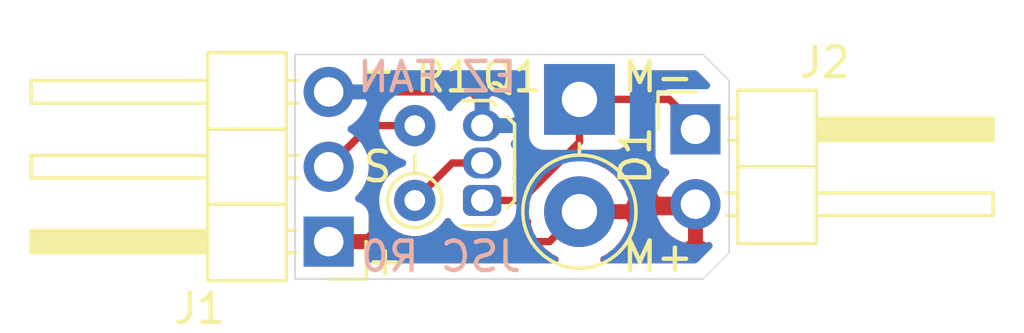
<source format=kicad_pcb>
(kicad_pcb (version 20171130) (host pcbnew "(5.1.2)-1")

  (general
    (thickness 1.6)
    (drawings 13)
    (tracks 18)
    (zones 0)
    (modules 5)
    (nets 6)
  )

  (page A4)
  (layers
    (0 F.Cu signal)
    (31 B.Cu signal)
    (32 B.Adhes user)
    (33 F.Adhes user)
    (34 B.Paste user)
    (35 F.Paste user)
    (36 B.SilkS user)
    (37 F.SilkS user)
    (38 B.Mask user)
    (39 F.Mask user)
    (40 Dwgs.User user)
    (41 Cmts.User user)
    (42 Eco1.User user)
    (43 Eco2.User user)
    (44 Edge.Cuts user)
    (45 Margin user)
    (46 B.CrtYd user)
    (47 F.CrtYd user)
    (48 B.Fab user)
    (49 F.Fab user)
  )

  (setup
    (last_trace_width 0.25)
    (trace_clearance 0.2)
    (zone_clearance 0.508)
    (zone_45_only no)
    (trace_min 0.2)
    (via_size 0.8)
    (via_drill 0.4)
    (via_min_size 0.4)
    (via_min_drill 0.3)
    (uvia_size 0.3)
    (uvia_drill 0.1)
    (uvias_allowed no)
    (uvia_min_size 0.2)
    (uvia_min_drill 0.1)
    (edge_width 0.05)
    (segment_width 0.2)
    (pcb_text_width 0.3)
    (pcb_text_size 1.5 1.5)
    (mod_edge_width 0.12)
    (mod_text_size 1 1)
    (mod_text_width 0.15)
    (pad_size 1.524 1.524)
    (pad_drill 0.762)
    (pad_to_mask_clearance 0.051)
    (solder_mask_min_width 0.25)
    (aux_axis_origin 0 0)
    (visible_elements 7FFFFFFF)
    (pcbplotparams
      (layerselection 0x010fc_ffffffff)
      (usegerberextensions false)
      (usegerberattributes false)
      (usegerberadvancedattributes false)
      (creategerberjobfile false)
      (excludeedgelayer true)
      (linewidth 0.100000)
      (plotframeref false)
      (viasonmask false)
      (mode 1)
      (useauxorigin false)
      (hpglpennumber 1)
      (hpglpenspeed 20)
      (hpglpendiameter 15.000000)
      (psnegative false)
      (psa4output false)
      (plotreference true)
      (plotvalue true)
      (plotinvisibletext false)
      (padsonsilk false)
      (subtractmaskfromsilk false)
      (outputformat 1)
      (mirror false)
      (drillshape 1)
      (scaleselection 1)
      (outputdirectory ""))
  )

  (net 0 "")
  (net 1 /+motor)
  (net 2 /-motor)
  (net 3 "Net-(J1-Pad3)")
  (net 4 "Net-(J1-Pad2)")
  (net 5 "Net-(Q1-Pad2)")

  (net_class Default "This is the default net class."
    (clearance 0.2)
    (trace_width 0.25)
    (via_dia 0.8)
    (via_drill 0.4)
    (uvia_dia 0.3)
    (uvia_drill 0.1)
    (add_net /+motor)
    (add_net /-motor)
    (add_net "Net-(J1-Pad2)")
    (add_net "Net-(J1-Pad3)")
    (add_net "Net-(Q1-Pad2)")
  )

  (module Package_TO_SOT_THT:TO-92Flat (layer F.Cu) (tedit 5C2D433B) (tstamp 5EC2F121)
    (at 148.209 81.153 90)
    (descr "TO-92Flat package, often used for hall sensors, drill 0.75mm (see e.g. http://www.ti.com/lit/ds/symlink/drv5023.pdf)")
    (tags "to-92Flat hall sensor")
    (path /5EC33F89)
    (fp_text reference Q1 (at 4.191 1.016 180) (layer F.SilkS)
      (effects (font (size 1 1) (thickness 0.15)))
    )
    (fp_text value Q_NPN_CBE (at 1.25 1.7 90) (layer F.Fab)
      (effects (font (size 1 1) (thickness 0.17)))
    )
    (fp_line (start 0.03 0.9775) (end -0.73 0.2175) (layer F.Fab) (width 0.1))
    (fp_line (start 2.51 0.9775) (end 0.03 0.9775) (layer F.Fab) (width 0.1))
    (fp_line (start 3.27 0.2175) (end 2.51 0.9775) (layer F.Fab) (width 0.1))
    (fp_line (start 3.27 -0.5425) (end 3.27 0.2175) (layer F.Fab) (width 0.1))
    (fp_text user %R (at 1.27 0.2 90) (layer F.Fab)
      (effects (font (size 0.7 0.7) (thickness 0.13)))
    )
    (fp_line (start 3.27 -0.5425) (end -0.73 -0.5425) (layer F.Fab) (width 0.1))
    (fp_line (start -0.73 -0.5425) (end -0.73 0.2175) (layer F.Fab) (width 0.1))
    (fp_line (start 2.51 0.9775) (end 0.03 0.9775) (layer F.Fab) (width 0.1))
    (fp_line (start 3.39 -0.65) (end 3.39 0.3) (layer F.SilkS) (width 0.12))
    (fp_line (start -0.86 0.3) (end -0.86 -0.65) (layer F.SilkS) (width 0.12))
    (fp_line (start -0.98 -0.9) (end 3.52 -0.9) (layer F.CrtYd) (width 0.05))
    (fp_line (start 3.52 -0.9) (end 3.52 0.33) (layer F.CrtYd) (width 0.05))
    (fp_line (start 2.62 1.23) (end -0.14 1.23) (layer F.CrtYd) (width 0.05))
    (fp_line (start -0.14 1.23) (end -0.98 0.39) (layer F.CrtYd) (width 0.05))
    (fp_line (start -0.98 0.39) (end -0.98 -0.9) (layer F.CrtYd) (width 0.05))
    (fp_line (start 3.52 0.33) (end 2.62 1.23) (layer F.CrtYd) (width 0.05))
    (fp_line (start -0.01 1.1) (end 2.59 1.1) (layer F.SilkS) (width 0.12))
    (fp_line (start 2.59 1.1) (end 2.84 0.85) (layer F.SilkS) (width 0.12))
    (fp_line (start 3.24 0.45) (end 3.39 0.3) (layer F.SilkS) (width 0.12))
    (fp_line (start -0.01 1.1) (end -0.26 0.85) (layer F.SilkS) (width 0.12))
    (fp_line (start -0.71 0.45) (end -0.86 0.3) (layer F.SilkS) (width 0.12))
    (pad 1 thru_hole roundrect (at 0 0 90) (size 1.05 1.3) (drill 0.75) (layers *.Cu *.Mask) (roundrect_rratio 0.238)
      (net 2 /-motor))
    (pad 3 thru_hole oval (at 2.54 0 90) (size 1.05 1.3) (drill 0.75) (layers *.Cu *.Mask)
      (net 3 "Net-(J1-Pad3)"))
    (pad 2 thru_hole oval (at 1.27 0 90) (size 1.05 1.3) (drill 0.75) (layers *.Cu *.Mask)
      (net 5 "Net-(Q1-Pad2)"))
    (model ${KISYS3DMOD}/Package_TO_SOT_THT.3dshapes/TO-92Flat.wrl
      (at (xyz 0 0 0))
      (scale (xyz 1 1 1))
      (rotate (xyz 0 0 0))
    )
  )

  (module Resistor_THT:R_Axial_DIN0204_L3.6mm_D1.6mm_P2.54mm_Vertical (layer F.Cu) (tedit 5AE5139B) (tstamp 5EC2D8BF)
    (at 145.923 81.153 90)
    (descr "Resistor, Axial_DIN0204 series, Axial, Vertical, pin pitch=2.54mm, 0.167W, length*diameter=3.6*1.6mm^2, http://cdn-reichelt.de/documents/datenblatt/B400/1_4W%23YAG.pdf")
    (tags "Resistor Axial_DIN0204 series Axial Vertical pin pitch 2.54mm 0.167W length 3.6mm diameter 1.6mm")
    (path /5EC29490)
    (fp_text reference R1 (at 4.191 1.016 180) (layer F.SilkS)
      (effects (font (size 1 1) (thickness 0.15)))
    )
    (fp_text value 1k (at 1.27 1.92 90) (layer F.Fab)
      (effects (font (size 1 1) (thickness 0.15)))
    )
    (fp_text user %R (at 1.27 -1.92 90) (layer F.Fab)
      (effects (font (size 1 1) (thickness 0.15)))
    )
    (fp_line (start 3.49 -1.05) (end -1.05 -1.05) (layer F.CrtYd) (width 0.05))
    (fp_line (start 3.49 1.05) (end 3.49 -1.05) (layer F.CrtYd) (width 0.05))
    (fp_line (start -1.05 1.05) (end 3.49 1.05) (layer F.CrtYd) (width 0.05))
    (fp_line (start -1.05 -1.05) (end -1.05 1.05) (layer F.CrtYd) (width 0.05))
    (fp_line (start 0.92 0) (end 1.54 0) (layer F.SilkS) (width 0.12))
    (fp_line (start 0 0) (end 2.54 0) (layer F.Fab) (width 0.1))
    (fp_circle (center 0 0) (end 0.92 0) (layer F.SilkS) (width 0.12))
    (fp_circle (center 0 0) (end 0.8 0) (layer F.Fab) (width 0.1))
    (pad 2 thru_hole oval (at 2.54 0 90) (size 1.4 1.4) (drill 0.7) (layers *.Cu *.Mask)
      (net 4 "Net-(J1-Pad2)"))
    (pad 1 thru_hole circle (at 0 0 90) (size 1.4 1.4) (drill 0.7) (layers *.Cu *.Mask)
      (net 5 "Net-(Q1-Pad2)"))
    (model ${KISYS3DMOD}/Resistor_THT.3dshapes/R_Axial_DIN0204_L3.6mm_D1.6mm_P2.54mm_Vertical.wrl
      (at (xyz 0 0 0))
      (scale (xyz 1 1 1))
      (rotate (xyz 0 0 0))
    )
  )

  (module Connector_PinHeader_2.54mm:PinHeader_1x02_P2.54mm_Horizontal (layer F.Cu) (tedit 59FED5CB) (tstamp 5EC2D894)
    (at 155.448 78.74)
    (descr "Through hole angled pin header, 1x02, 2.54mm pitch, 6mm pin length, single row")
    (tags "Through hole angled pin header THT 1x02 2.54mm single row")
    (path /5EC2CA1F)
    (fp_text reference J2 (at 4.385 -2.27) (layer F.SilkS)
      (effects (font (size 1 1) (thickness 0.15)))
    )
    (fp_text value Conn_01x02_Male (at 4.385 4.81) (layer F.Fab)
      (effects (font (size 1 1) (thickness 0.15)))
    )
    (fp_text user %R (at 2.77 1.27 90) (layer F.Fab)
      (effects (font (size 1 1) (thickness 0.15)))
    )
    (fp_line (start 10.55 -1.8) (end -1.8 -1.8) (layer F.CrtYd) (width 0.05))
    (fp_line (start 10.55 4.35) (end 10.55 -1.8) (layer F.CrtYd) (width 0.05))
    (fp_line (start -1.8 4.35) (end 10.55 4.35) (layer F.CrtYd) (width 0.05))
    (fp_line (start -1.8 -1.8) (end -1.8 4.35) (layer F.CrtYd) (width 0.05))
    (fp_line (start -1.27 -1.27) (end 0 -1.27) (layer F.SilkS) (width 0.12))
    (fp_line (start -1.27 0) (end -1.27 -1.27) (layer F.SilkS) (width 0.12))
    (fp_line (start 1.042929 2.92) (end 1.44 2.92) (layer F.SilkS) (width 0.12))
    (fp_line (start 1.042929 2.16) (end 1.44 2.16) (layer F.SilkS) (width 0.12))
    (fp_line (start 10.1 2.92) (end 4.1 2.92) (layer F.SilkS) (width 0.12))
    (fp_line (start 10.1 2.16) (end 10.1 2.92) (layer F.SilkS) (width 0.12))
    (fp_line (start 4.1 2.16) (end 10.1 2.16) (layer F.SilkS) (width 0.12))
    (fp_line (start 1.44 1.27) (end 4.1 1.27) (layer F.SilkS) (width 0.12))
    (fp_line (start 1.11 0.38) (end 1.44 0.38) (layer F.SilkS) (width 0.12))
    (fp_line (start 1.11 -0.38) (end 1.44 -0.38) (layer F.SilkS) (width 0.12))
    (fp_line (start 4.1 0.28) (end 10.1 0.28) (layer F.SilkS) (width 0.12))
    (fp_line (start 4.1 0.16) (end 10.1 0.16) (layer F.SilkS) (width 0.12))
    (fp_line (start 4.1 0.04) (end 10.1 0.04) (layer F.SilkS) (width 0.12))
    (fp_line (start 4.1 -0.08) (end 10.1 -0.08) (layer F.SilkS) (width 0.12))
    (fp_line (start 4.1 -0.2) (end 10.1 -0.2) (layer F.SilkS) (width 0.12))
    (fp_line (start 4.1 -0.32) (end 10.1 -0.32) (layer F.SilkS) (width 0.12))
    (fp_line (start 10.1 0.38) (end 4.1 0.38) (layer F.SilkS) (width 0.12))
    (fp_line (start 10.1 -0.38) (end 10.1 0.38) (layer F.SilkS) (width 0.12))
    (fp_line (start 4.1 -0.38) (end 10.1 -0.38) (layer F.SilkS) (width 0.12))
    (fp_line (start 4.1 -1.33) (end 1.44 -1.33) (layer F.SilkS) (width 0.12))
    (fp_line (start 4.1 3.87) (end 4.1 -1.33) (layer F.SilkS) (width 0.12))
    (fp_line (start 1.44 3.87) (end 4.1 3.87) (layer F.SilkS) (width 0.12))
    (fp_line (start 1.44 -1.33) (end 1.44 3.87) (layer F.SilkS) (width 0.12))
    (fp_line (start 4.04 2.86) (end 10.04 2.86) (layer F.Fab) (width 0.1))
    (fp_line (start 10.04 2.22) (end 10.04 2.86) (layer F.Fab) (width 0.1))
    (fp_line (start 4.04 2.22) (end 10.04 2.22) (layer F.Fab) (width 0.1))
    (fp_line (start -0.32 2.86) (end 1.5 2.86) (layer F.Fab) (width 0.1))
    (fp_line (start -0.32 2.22) (end -0.32 2.86) (layer F.Fab) (width 0.1))
    (fp_line (start -0.32 2.22) (end 1.5 2.22) (layer F.Fab) (width 0.1))
    (fp_line (start 4.04 0.32) (end 10.04 0.32) (layer F.Fab) (width 0.1))
    (fp_line (start 10.04 -0.32) (end 10.04 0.32) (layer F.Fab) (width 0.1))
    (fp_line (start 4.04 -0.32) (end 10.04 -0.32) (layer F.Fab) (width 0.1))
    (fp_line (start -0.32 0.32) (end 1.5 0.32) (layer F.Fab) (width 0.1))
    (fp_line (start -0.32 -0.32) (end -0.32 0.32) (layer F.Fab) (width 0.1))
    (fp_line (start -0.32 -0.32) (end 1.5 -0.32) (layer F.Fab) (width 0.1))
    (fp_line (start 1.5 -0.635) (end 2.135 -1.27) (layer F.Fab) (width 0.1))
    (fp_line (start 1.5 3.81) (end 1.5 -0.635) (layer F.Fab) (width 0.1))
    (fp_line (start 4.04 3.81) (end 1.5 3.81) (layer F.Fab) (width 0.1))
    (fp_line (start 4.04 -1.27) (end 4.04 3.81) (layer F.Fab) (width 0.1))
    (fp_line (start 2.135 -1.27) (end 4.04 -1.27) (layer F.Fab) (width 0.1))
    (pad 2 thru_hole oval (at 0 2.54) (size 1.7 1.7) (drill 1) (layers *.Cu *.Mask)
      (net 1 /+motor))
    (pad 1 thru_hole rect (at 0 0) (size 1.7 1.7) (drill 1) (layers *.Cu *.Mask)
      (net 2 /-motor))
    (model ${KISYS3DMOD}/Connector_PinHeader_2.54mm.3dshapes/PinHeader_1x02_P2.54mm_Horizontal.wrl
      (at (xyz 0 0 0))
      (scale (xyz 1 1 1))
      (rotate (xyz 0 0 0))
    )
  )

  (module Connector_PinHeader_2.54mm:PinHeader_1x03_P2.54mm_Horizontal (layer F.Cu) (tedit 59FED5CB) (tstamp 5EC2D861)
    (at 143.002 82.55 180)
    (descr "Through hole angled pin header, 1x03, 2.54mm pitch, 6mm pin length, single row")
    (tags "Through hole angled pin header THT 1x03 2.54mm single row")
    (path /5EC2BAE3)
    (fp_text reference J1 (at 4.385 -2.27) (layer F.SilkS)
      (effects (font (size 1 1) (thickness 0.15)))
    )
    (fp_text value Conn_01x03_Male (at 4.385 7.35) (layer F.Fab)
      (effects (font (size 1 1) (thickness 0.15)))
    )
    (fp_text user %R (at 2.77 2.54 90) (layer F.Fab)
      (effects (font (size 1 1) (thickness 0.15)))
    )
    (fp_line (start 10.55 -1.8) (end -1.8 -1.8) (layer F.CrtYd) (width 0.05))
    (fp_line (start 10.55 6.85) (end 10.55 -1.8) (layer F.CrtYd) (width 0.05))
    (fp_line (start -1.8 6.85) (end 10.55 6.85) (layer F.CrtYd) (width 0.05))
    (fp_line (start -1.8 -1.8) (end -1.8 6.85) (layer F.CrtYd) (width 0.05))
    (fp_line (start -1.27 -1.27) (end 0 -1.27) (layer F.SilkS) (width 0.12))
    (fp_line (start -1.27 0) (end -1.27 -1.27) (layer F.SilkS) (width 0.12))
    (fp_line (start 1.042929 5.46) (end 1.44 5.46) (layer F.SilkS) (width 0.12))
    (fp_line (start 1.042929 4.7) (end 1.44 4.7) (layer F.SilkS) (width 0.12))
    (fp_line (start 10.1 5.46) (end 4.1 5.46) (layer F.SilkS) (width 0.12))
    (fp_line (start 10.1 4.7) (end 10.1 5.46) (layer F.SilkS) (width 0.12))
    (fp_line (start 4.1 4.7) (end 10.1 4.7) (layer F.SilkS) (width 0.12))
    (fp_line (start 1.44 3.81) (end 4.1 3.81) (layer F.SilkS) (width 0.12))
    (fp_line (start 1.042929 2.92) (end 1.44 2.92) (layer F.SilkS) (width 0.12))
    (fp_line (start 1.042929 2.16) (end 1.44 2.16) (layer F.SilkS) (width 0.12))
    (fp_line (start 10.1 2.92) (end 4.1 2.92) (layer F.SilkS) (width 0.12))
    (fp_line (start 10.1 2.16) (end 10.1 2.92) (layer F.SilkS) (width 0.12))
    (fp_line (start 4.1 2.16) (end 10.1 2.16) (layer F.SilkS) (width 0.12))
    (fp_line (start 1.44 1.27) (end 4.1 1.27) (layer F.SilkS) (width 0.12))
    (fp_line (start 1.11 0.38) (end 1.44 0.38) (layer F.SilkS) (width 0.12))
    (fp_line (start 1.11 -0.38) (end 1.44 -0.38) (layer F.SilkS) (width 0.12))
    (fp_line (start 4.1 0.28) (end 10.1 0.28) (layer F.SilkS) (width 0.12))
    (fp_line (start 4.1 0.16) (end 10.1 0.16) (layer F.SilkS) (width 0.12))
    (fp_line (start 4.1 0.04) (end 10.1 0.04) (layer F.SilkS) (width 0.12))
    (fp_line (start 4.1 -0.08) (end 10.1 -0.08) (layer F.SilkS) (width 0.12))
    (fp_line (start 4.1 -0.2) (end 10.1 -0.2) (layer F.SilkS) (width 0.12))
    (fp_line (start 4.1 -0.32) (end 10.1 -0.32) (layer F.SilkS) (width 0.12))
    (fp_line (start 10.1 0.38) (end 4.1 0.38) (layer F.SilkS) (width 0.12))
    (fp_line (start 10.1 -0.38) (end 10.1 0.38) (layer F.SilkS) (width 0.12))
    (fp_line (start 4.1 -0.38) (end 10.1 -0.38) (layer F.SilkS) (width 0.12))
    (fp_line (start 4.1 -1.33) (end 1.44 -1.33) (layer F.SilkS) (width 0.12))
    (fp_line (start 4.1 6.41) (end 4.1 -1.33) (layer F.SilkS) (width 0.12))
    (fp_line (start 1.44 6.41) (end 4.1 6.41) (layer F.SilkS) (width 0.12))
    (fp_line (start 1.44 -1.33) (end 1.44 6.41) (layer F.SilkS) (width 0.12))
    (fp_line (start 4.04 5.4) (end 10.04 5.4) (layer F.Fab) (width 0.1))
    (fp_line (start 10.04 4.76) (end 10.04 5.4) (layer F.Fab) (width 0.1))
    (fp_line (start 4.04 4.76) (end 10.04 4.76) (layer F.Fab) (width 0.1))
    (fp_line (start -0.32 5.4) (end 1.5 5.4) (layer F.Fab) (width 0.1))
    (fp_line (start -0.32 4.76) (end -0.32 5.4) (layer F.Fab) (width 0.1))
    (fp_line (start -0.32 4.76) (end 1.5 4.76) (layer F.Fab) (width 0.1))
    (fp_line (start 4.04 2.86) (end 10.04 2.86) (layer F.Fab) (width 0.1))
    (fp_line (start 10.04 2.22) (end 10.04 2.86) (layer F.Fab) (width 0.1))
    (fp_line (start 4.04 2.22) (end 10.04 2.22) (layer F.Fab) (width 0.1))
    (fp_line (start -0.32 2.86) (end 1.5 2.86) (layer F.Fab) (width 0.1))
    (fp_line (start -0.32 2.22) (end -0.32 2.86) (layer F.Fab) (width 0.1))
    (fp_line (start -0.32 2.22) (end 1.5 2.22) (layer F.Fab) (width 0.1))
    (fp_line (start 4.04 0.32) (end 10.04 0.32) (layer F.Fab) (width 0.1))
    (fp_line (start 10.04 -0.32) (end 10.04 0.32) (layer F.Fab) (width 0.1))
    (fp_line (start 4.04 -0.32) (end 10.04 -0.32) (layer F.Fab) (width 0.1))
    (fp_line (start -0.32 0.32) (end 1.5 0.32) (layer F.Fab) (width 0.1))
    (fp_line (start -0.32 -0.32) (end -0.32 0.32) (layer F.Fab) (width 0.1))
    (fp_line (start -0.32 -0.32) (end 1.5 -0.32) (layer F.Fab) (width 0.1))
    (fp_line (start 1.5 -0.635) (end 2.135 -1.27) (layer F.Fab) (width 0.1))
    (fp_line (start 1.5 6.35) (end 1.5 -0.635) (layer F.Fab) (width 0.1))
    (fp_line (start 4.04 6.35) (end 1.5 6.35) (layer F.Fab) (width 0.1))
    (fp_line (start 4.04 -1.27) (end 4.04 6.35) (layer F.Fab) (width 0.1))
    (fp_line (start 2.135 -1.27) (end 4.04 -1.27) (layer F.Fab) (width 0.1))
    (pad 3 thru_hole oval (at 0 5.08 180) (size 1.7 1.7) (drill 1) (layers *.Cu *.Mask)
      (net 3 "Net-(J1-Pad3)"))
    (pad 2 thru_hole oval (at 0 2.54 180) (size 1.7 1.7) (drill 1) (layers *.Cu *.Mask)
      (net 4 "Net-(J1-Pad2)"))
    (pad 1 thru_hole rect (at 0 0 180) (size 1.7 1.7) (drill 1) (layers *.Cu *.Mask)
      (net 1 /+motor))
    (model ${KISYS3DMOD}/Connector_PinHeader_2.54mm.3dshapes/PinHeader_1x03_P2.54mm_Horizontal.wrl
      (at (xyz 0 0 0))
      (scale (xyz 1 1 1))
      (rotate (xyz 0 0 0))
    )
  )

  (module Diode_THT:D_DO-15_P3.81mm_Vertical_KathodeUp (layer F.Cu) (tedit 5B526DD4) (tstamp 5EC2D821)
    (at 151.511 77.724 270)
    (descr "Diode, DO-15 series, Axial, Vertical, pin pitch=3.81mm, , length*diameter=7.6*3.6mm^2, , http://www.diodes.com/_files/packages/DO-15.pdf")
    (tags "Diode DO-15 series Axial Vertical pin pitch 3.81mm  length 7.6mm diameter 3.6mm")
    (path /5EC2A83F)
    (fp_text reference D1 (at 1.905 -1.905 90) (layer F.SilkS)
      (effects (font (size 1 1) (thickness 0.15)))
    )
    (fp_text value DIODE (at 1.905 4.2535 90) (layer F.Fab)
      (effects (font (size 1 1) (thickness 0.15)))
    )
    (fp_text user K (at 1.9 1.2 90) (layer F.Fab)
      (effects (font (size 1 1) (thickness 0.15)))
    )
    (fp_text user %R (at 1.651 -2.159 90) (layer F.Fab)
      (effects (font (size 1 1) (thickness 0.15)))
    )
    (fp_line (start 5.86 -2.05) (end -1.45 -2.05) (layer F.CrtYd) (width 0.05))
    (fp_line (start 5.86 2.05) (end 5.86 -2.05) (layer F.CrtYd) (width 0.05))
    (fp_line (start -1.45 2.05) (end 5.86 2.05) (layer F.CrtYd) (width 0.05))
    (fp_line (start -1.45 -2.05) (end -1.45 2.05) (layer F.CrtYd) (width 0.05))
    (fp_line (start 1.89 0) (end 1.5 0) (layer F.SilkS) (width 0.12))
    (fp_line (start 0 0) (end 3.81 0) (layer F.Fab) (width 0.1))
    (fp_circle (center 3.81 0) (end 5.73 0) (layer F.SilkS) (width 0.12))
    (fp_circle (center 3.81 0) (end 5.61 0) (layer F.Fab) (width 0.1))
    (pad 2 thru_hole oval (at 3.81 0 270) (size 2.4 2.4) (drill 1.2) (layers *.Cu *.Mask)
      (net 1 /+motor))
    (pad 1 thru_hole rect (at 0 0 270) (size 2.4 2.4) (drill 1.2) (layers *.Cu *.Mask)
      (net 2 /-motor))
    (model ${KISYS3DMOD}/Diode_THT.3dshapes/D_DO-15_P3.81mm_Vertical_KathodeUp.wrl
      (at (xyz 0 0 0))
      (scale (xyz 1 1 1))
      (rotate (xyz 0 0 0))
    )
  )

  (gr_line (start 156.591 77.089) (end 155.702 76.2) (layer Edge.Cuts) (width 0.05) (tstamp 5EC2F506))
  (gr_line (start 156.591 82.931) (end 156.591 77.089) (layer Edge.Cuts) (width 0.05))
  (gr_line (start 155.702 83.82) (end 156.591 82.931) (layer Edge.Cuts) (width 0.05))
  (gr_text "JSC R0" (at 146.812 83.058) (layer B.SilkS)
    (effects (font (size 1 1) (thickness 0.15)) (justify mirror))
  )
  (gr_text "EZ FAN" (at 146.685 76.962) (layer B.SilkS)
    (effects (font (size 1 1) (thickness 0.15)) (justify mirror))
  )
  (gr_text S (at 144.653 80.01) (layer F.SilkS)
    (effects (font (size 1 1) (thickness 0.15)))
  )
  (gr_text - (at 144.653 76.708) (layer F.SilkS)
    (effects (font (size 1 1) (thickness 0.15)))
  )
  (gr_text + (at 144.907 83.185) (layer F.SilkS)
    (effects (font (size 1 1) (thickness 0.15)))
  )
  (gr_text M- (at 154.178 76.962) (layer F.SilkS)
    (effects (font (size 1 1) (thickness 0.15)))
  )
  (gr_text M+ (at 154.178 83.058) (layer F.SilkS)
    (effects (font (size 1 1) (thickness 0.15)))
  )
  (gr_line (start 141.859 76.2) (end 155.702 76.2) (layer Edge.Cuts) (width 0.05))
  (gr_line (start 141.859 83.82) (end 141.859 76.2) (layer Edge.Cuts) (width 0.05))
  (gr_line (start 155.702 83.82) (end 141.859 83.82) (layer Edge.Cuts) (width 0.05))

  (segment (start 150.495 82.55) (end 151.511 81.534) (width 0.25) (layer F.Cu) (net 1))
  (segment (start 143.002 82.55) (end 150.495 82.55) (width 0.25) (layer F.Cu) (net 1))
  (segment (start 155.067 81.534) (end 155.448 81.153) (width 0.25) (layer F.Cu) (net 1))
  (segment (start 151.511 81.534) (end 155.067 81.534) (width 0.25) (layer F.Cu) (net 1))
  (segment (start 151.892 78.105) (end 151.511 77.724) (width 0.25) (layer F.Cu) (net 2))
  (segment (start 148.959 81.153) (end 148.209 81.153) (width 0.25) (layer F.Cu) (net 2))
  (segment (start 149.532 81.153) (end 148.959 81.153) (width 0.25) (layer F.Cu) (net 2))
  (segment (start 151.511 79.174) (end 149.532 81.153) (width 0.25) (layer F.Cu) (net 2))
  (segment (start 151.511 77.724) (end 151.511 79.174) (width 0.25) (layer F.Cu) (net 2))
  (segment (start 154.559 77.724) (end 155.448 78.613) (width 0.25) (layer F.Cu) (net 2))
  (segment (start 151.511 77.724) (end 154.559 77.724) (width 0.25) (layer F.Cu) (net 2))
  (segment (start 148.209 77.838) (end 148.209 78.613) (width 0.25) (layer F.Cu) (net 3))
  (segment (start 147.841 77.47) (end 148.209 77.838) (width 0.25) (layer F.Cu) (net 3))
  (segment (start 143.002 77.47) (end 147.841 77.47) (width 0.25) (layer F.Cu) (net 3))
  (segment (start 144.399 78.613) (end 145.923 78.613) (width 0.25) (layer F.Cu) (net 4))
  (segment (start 143.002 80.01) (end 144.399 78.613) (width 0.25) (layer F.Cu) (net 4))
  (segment (start 147.193 79.883) (end 148.209 79.883) (width 0.25) (layer F.Cu) (net 5))
  (segment (start 145.923 81.153) (end 147.193 79.883) (width 0.25) (layer F.Cu) (net 5))

  (zone (net 1) (net_name /+motor) (layer F.Cu) (tstamp 5EC2F9FB) (hatch edge 0.508)
    (connect_pads (clearance 0.508))
    (min_thickness 0.254)
    (fill yes (arc_segments 32) (thermal_gap 0.508) (thermal_bridge_width 0.508))
    (polygon
      (pts
        (xy 141.732 75.946) (xy 156.718 75.819) (xy 156.972 85.344) (xy 141.605 85.471)
      )
    )
    (filled_polygon
      (pts
        (xy 153.959928 79.59) (xy 153.972188 79.714482) (xy 154.008498 79.83418) (xy 154.067463 79.944494) (xy 154.146815 80.041185)
        (xy 154.243506 80.120537) (xy 154.35382 80.179502) (xy 154.434466 80.203966) (xy 154.350412 80.279731) (xy 154.176359 80.51308)
        (xy 154.051175 80.775901) (xy 154.006524 80.92311) (xy 154.127845 81.153) (xy 155.321 81.153) (xy 155.321 81.133)
        (xy 155.575 81.133) (xy 155.575 81.153) (xy 155.595 81.153) (xy 155.595 81.407) (xy 155.575 81.407)
        (xy 155.575 82.600814) (xy 155.804891 82.721481) (xy 155.901358 82.687261) (xy 155.42862 83.16) (xy 152.342556 83.16)
        (xy 152.484257 83.089639) (xy 152.769046 82.869875) (xy 153.005489 82.598774) (xy 153.1845 82.286754) (xy 153.299199 81.945806)
        (xy 153.182854 81.661) (xy 151.638 81.661) (xy 151.638 81.681) (xy 151.384 81.681) (xy 151.384 81.661)
        (xy 151.364 81.661) (xy 151.364 81.63689) (xy 154.006524 81.63689) (xy 154.051175 81.784099) (xy 154.176359 82.04692)
        (xy 154.350412 82.280269) (xy 154.566645 82.475178) (xy 154.816748 82.624157) (xy 155.091109 82.721481) (xy 155.321 82.600814)
        (xy 155.321 81.407) (xy 154.127845 81.407) (xy 154.006524 81.63689) (xy 151.364 81.63689) (xy 151.364 81.407)
        (xy 151.384 81.407) (xy 151.384 81.387) (xy 151.638 81.387) (xy 151.638 81.407) (xy 153.182854 81.407)
        (xy 153.299199 81.122194) (xy 153.1845 80.781246) (xy 153.005489 80.469226) (xy 152.769046 80.198125) (xy 152.484257 79.978361)
        (xy 152.162066 79.818379) (xy 151.992774 79.767028) (xy 152.022003 79.737799) (xy 152.051001 79.714001) (xy 152.145974 79.598276)
        (xy 152.165326 79.562072) (xy 152.711 79.562072) (xy 152.835482 79.549812) (xy 152.95518 79.513502) (xy 153.065494 79.454537)
        (xy 153.162185 79.375185) (xy 153.241537 79.278494) (xy 153.300502 79.16818) (xy 153.336812 79.048482) (xy 153.349072 78.924)
        (xy 153.349072 78.484) (xy 153.959928 78.484)
      )
    )
    (filled_polygon
      (pts
        (xy 144.974445 79.561555) (xy 145.177725 79.728382) (xy 145.409646 79.852347) (xy 145.504828 79.88122) (xy 145.290641 79.969939)
        (xy 145.071987 80.116038) (xy 144.886038 80.301987) (xy 144.739939 80.520641) (xy 144.639304 80.763595) (xy 144.588 81.021514)
        (xy 144.588 81.284486) (xy 144.639304 81.542405) (xy 144.739939 81.785359) (xy 144.886038 82.004013) (xy 145.071987 82.189962)
        (xy 145.290641 82.336061) (xy 145.533595 82.436696) (xy 145.791514 82.488) (xy 146.054486 82.488) (xy 146.312405 82.436696)
        (xy 146.555359 82.336061) (xy 146.774013 82.189962) (xy 146.959962 82.004013) (xy 147.04594 81.875337) (xy 147.070578 81.921431)
        (xy 147.181009 82.055991) (xy 147.315569 82.166422) (xy 147.469088 82.248479) (xy 147.635665 82.29901) (xy 147.8089 82.316072)
        (xy 148.6091 82.316072) (xy 148.782335 82.29901) (xy 148.948912 82.248479) (xy 149.102431 82.166422) (xy 149.236991 82.055991)
        (xy 149.347422 81.921431) (xy 149.351928 81.913) (xy 149.494678 81.913) (xy 149.532 81.916676) (xy 149.569322 81.913)
        (xy 149.569333 81.913) (xy 149.680986 81.902003) (xy 149.74914 81.881329) (xy 149.722801 81.945806) (xy 149.8375 82.286754)
        (xy 150.016511 82.598774) (xy 150.252954 82.869875) (xy 150.537743 83.089639) (xy 150.679444 83.16) (xy 144.488765 83.16)
        (xy 144.487 82.83575) (xy 144.32825 82.677) (xy 143.129 82.677) (xy 143.129 82.697) (xy 142.875 82.697)
        (xy 142.875 82.677) (xy 142.855 82.677) (xy 142.855 82.423) (xy 142.875 82.423) (xy 142.875 82.403)
        (xy 143.129 82.403) (xy 143.129 82.423) (xy 144.32825 82.423) (xy 144.487 82.26425) (xy 144.490072 81.7)
        (xy 144.477812 81.575518) (xy 144.441502 81.45582) (xy 144.382537 81.345506) (xy 144.303185 81.248815) (xy 144.206494 81.169463)
        (xy 144.09618 81.110498) (xy 144.027313 81.089607) (xy 144.057134 81.065134) (xy 144.242706 80.839014) (xy 144.380599 80.581034)
        (xy 144.465513 80.301111) (xy 144.494185 80.01) (xy 144.465513 79.718889) (xy 144.442797 79.644005) (xy 144.713802 79.373)
        (xy 144.819702 79.373)
      )
    )
  )
  (zone (net 3) (net_name "Net-(J1-Pad3)") (layer B.Cu) (tstamp 5EC2F9F8) (hatch edge 0.508)
    (connect_pads (clearance 0.508))
    (min_thickness 0.254)
    (fill yes (arc_segments 32) (thermal_gap 0.508) (thermal_bridge_width 0.508))
    (polygon
      (pts
        (xy 141.605 75.946) (xy 156.972 75.819) (xy 157.226 85.471) (xy 141.732 84.836)
      )
    )
    (filled_polygon
      (pts
        (xy 149.672928 78.924) (xy 149.685188 79.048482) (xy 149.721498 79.16818) (xy 149.780463 79.278494) (xy 149.859815 79.375185)
        (xy 149.956506 79.454537) (xy 150.06682 79.513502) (xy 150.186518 79.549812) (xy 150.311 79.562072) (xy 152.711 79.562072)
        (xy 152.835482 79.549812) (xy 152.95518 79.513502) (xy 153.065494 79.454537) (xy 153.162185 79.375185) (xy 153.241537 79.278494)
        (xy 153.300502 79.16818) (xy 153.336812 79.048482) (xy 153.349072 78.924) (xy 153.349072 76.86) (xy 155.42862 76.86)
        (xy 155.820547 77.251928) (xy 154.598 77.251928) (xy 154.473518 77.264188) (xy 154.35382 77.300498) (xy 154.243506 77.359463)
        (xy 154.146815 77.438815) (xy 154.067463 77.535506) (xy 154.008498 77.64582) (xy 153.972188 77.765518) (xy 153.959928 77.89)
        (xy 153.959928 79.59) (xy 153.972188 79.714482) (xy 154.008498 79.83418) (xy 154.067463 79.944494) (xy 154.146815 80.041185)
        (xy 154.243506 80.120537) (xy 154.35382 80.179502) (xy 154.422687 80.200393) (xy 154.392866 80.224866) (xy 154.207294 80.450986)
        (xy 154.069401 80.708966) (xy 153.984487 80.988889) (xy 153.955815 81.28) (xy 153.984487 81.571111) (xy 154.069401 81.851034)
        (xy 154.207294 82.109014) (xy 154.392866 82.335134) (xy 154.618986 82.520706) (xy 154.876966 82.658599) (xy 155.156889 82.743513)
        (xy 155.37505 82.765) (xy 155.52095 82.765) (xy 155.739111 82.743513) (xy 155.89126 82.697359) (xy 155.42862 83.16)
        (xy 152.361654 83.16) (xy 152.535404 83.067129) (xy 152.814819 82.837819) (xy 153.044129 82.558404) (xy 153.214521 82.239622)
        (xy 153.319448 81.893723) (xy 153.354878 81.534) (xy 153.319448 81.174277) (xy 153.214521 80.828378) (xy 153.044129 80.509596)
        (xy 152.814819 80.230181) (xy 152.535404 80.000871) (xy 152.216622 79.830479) (xy 151.870723 79.725552) (xy 151.601139 79.699)
        (xy 151.420861 79.699) (xy 151.151277 79.725552) (xy 150.805378 79.830479) (xy 150.486596 80.000871) (xy 150.207181 80.230181)
        (xy 149.977871 80.509596) (xy 149.807479 80.828378) (xy 149.702552 81.174277) (xy 149.667122 81.534) (xy 149.702552 81.893723)
        (xy 149.807479 82.239622) (xy 149.977871 82.558404) (xy 150.207181 82.837819) (xy 150.486596 83.067129) (xy 150.660346 83.16)
        (xy 144.490072 83.16) (xy 144.490072 81.7) (xy 144.477812 81.575518) (xy 144.441502 81.45582) (xy 144.382537 81.345506)
        (xy 144.303185 81.248815) (xy 144.206494 81.169463) (xy 144.09618 81.110498) (xy 144.027313 81.089607) (xy 144.057134 81.065134)
        (xy 144.242706 80.839014) (xy 144.380599 80.581034) (xy 144.465513 80.301111) (xy 144.494185 80.01) (xy 144.465513 79.718889)
        (xy 144.380599 79.438966) (xy 144.242706 79.180986) (xy 144.057134 78.954866) (xy 143.831014 78.769294) (xy 143.766477 78.734799)
        (xy 143.883355 78.665178) (xy 143.941241 78.613) (xy 144.581541 78.613) (xy 144.607317 78.874706) (xy 144.683653 79.126354)
        (xy 144.807618 79.358275) (xy 144.974445 79.561555) (xy 145.177725 79.728382) (xy 145.409646 79.852347) (xy 145.504828 79.88122)
        (xy 145.290641 79.969939) (xy 145.071987 80.116038) (xy 144.886038 80.301987) (xy 144.739939 80.520641) (xy 144.639304 80.763595)
        (xy 144.588 81.021514) (xy 144.588 81.284486) (xy 144.639304 81.542405) (xy 144.739939 81.785359) (xy 144.886038 82.004013)
        (xy 145.071987 82.189962) (xy 145.290641 82.336061) (xy 145.533595 82.436696) (xy 145.791514 82.488) (xy 146.054486 82.488)
        (xy 146.312405 82.436696) (xy 146.555359 82.336061) (xy 146.774013 82.189962) (xy 146.959962 82.004013) (xy 147.04594 81.875337)
        (xy 147.070578 81.921431) (xy 147.181009 82.055991) (xy 147.315569 82.166422) (xy 147.469088 82.248479) (xy 147.635665 82.29901)
        (xy 147.8089 82.316072) (xy 148.6091 82.316072) (xy 148.782335 82.29901) (xy 148.948912 82.248479) (xy 149.102431 82.166422)
        (xy 149.236991 82.055991) (xy 149.347422 81.921431) (xy 149.429479 81.767912) (xy 149.48001 81.601335) (xy 149.497072 81.4281)
        (xy 149.497072 80.8779) (xy 149.48001 80.704665) (xy 149.429479 80.538088) (xy 149.364318 80.41618) (xy 149.410885 80.32906)
        (xy 149.477215 80.1104) (xy 149.499612 79.883) (xy 149.477215 79.6556) (xy 149.410885 79.43694) (xy 149.30512 79.239067)
        (xy 149.388184 79.096784) (xy 149.452964 78.91881) (xy 149.327163 78.74) (xy 148.562109 78.74) (xy 148.5614 78.739785)
        (xy 148.390979 78.723) (xy 148.062 78.723) (xy 148.062 78.486) (xy 148.082 78.486) (xy 148.082 77.611859)
        (xy 148.336 77.611859) (xy 148.336 78.486) (xy 149.327163 78.486) (xy 149.452964 78.30719) (xy 149.388184 78.129216)
        (xy 149.273547 77.932851) (xy 149.122803 77.762623) (xy 148.941746 77.625075) (xy 148.737334 77.525492) (xy 148.517422 77.467702)
        (xy 148.336 77.611859) (xy 148.082 77.611859) (xy 147.900578 77.467702) (xy 147.680666 77.525492) (xy 147.476254 77.625075)
        (xy 147.295197 77.762623) (xy 147.144453 77.932851) (xy 147.107253 77.996572) (xy 147.038382 77.867725) (xy 146.871555 77.664445)
        (xy 146.668275 77.497618) (xy 146.436354 77.373653) (xy 146.184706 77.297317) (xy 145.988579 77.278) (xy 145.857421 77.278)
        (xy 145.661294 77.297317) (xy 145.409646 77.373653) (xy 145.177725 77.497618) (xy 144.974445 77.664445) (xy 144.807618 77.867725)
        (xy 144.683653 78.099646) (xy 144.607317 78.351294) (xy 144.581541 78.613) (xy 143.941241 78.613) (xy 144.099588 78.470269)
        (xy 144.273641 78.23692) (xy 144.398825 77.974099) (xy 144.443476 77.82689) (xy 144.322155 77.597) (xy 143.129 77.597)
        (xy 143.129 77.617) (xy 142.875 77.617) (xy 142.875 77.597) (xy 142.855 77.597) (xy 142.855 77.343)
        (xy 142.875 77.343) (xy 142.875 77.323) (xy 143.129 77.323) (xy 143.129 77.343) (xy 144.322155 77.343)
        (xy 144.443476 77.11311) (xy 144.398825 76.965901) (xy 144.348383 76.86) (xy 149.672928 76.86)
      )
    )
  )
)

</source>
